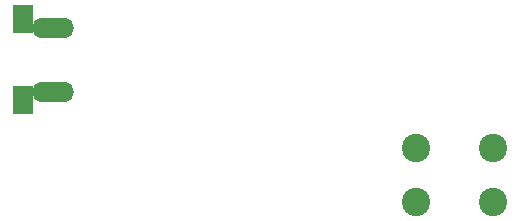
<source format=gbr>
G04 #@! TF.GenerationSoftware,KiCad,Pcbnew,(5.0.0)*
G04 #@! TF.CreationDate,2020-05-21T20:29:27-04:00*
G04 #@! TF.ProjectId,WS2812 ClockDIY,57533238313220436C6F636B4449592E,rev?*
G04 #@! TF.SameCoordinates,Original*
G04 #@! TF.FileFunction,Soldermask,Bot*
G04 #@! TF.FilePolarity,Negative*
%FSLAX46Y46*%
G04 Gerber Fmt 4.6, Leading zero omitted, Abs format (unit mm)*
G04 Created by KiCad (PCBNEW (5.0.0)) date 05/21/20 20:29:27*
%MOMM*%
%LPD*%
G01*
G04 APERTURE LIST*
%ADD10C,2.400000*%
%ADD11O,3.550000X1.700000*%
%ADD12R,1.800000X2.400000*%
G04 APERTURE END LIST*
D10*
G04 #@! TO.C,SW1*
X152500000Y-40500000D03*
X152500000Y-45000000D03*
X146000000Y-40500000D03*
X146000000Y-45000000D03*
G04 #@! TD*
D11*
G04 #@! TO.C,USB1*
X115270000Y-35725000D03*
D12*
X112720000Y-36425000D03*
X112720000Y-29575000D03*
D11*
X115270000Y-30275000D03*
G04 #@! TD*
M02*

</source>
